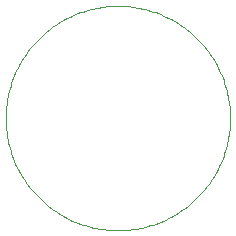
<source format=gko>
G75*
%MOIN*%
%OFA0B0*%
%FSLAX25Y25*%
%IPPOS*%
%LPD*%
%AMOC8*
5,1,8,0,0,1.08239X$1,22.5*
%
%ADD10C,0.00039*%
D10*
X0033827Y0060205D02*
X0033838Y0061123D01*
X0033872Y0062040D01*
X0033928Y0062956D01*
X0034007Y0063871D01*
X0034108Y0064783D01*
X0034232Y0065693D01*
X0034378Y0066599D01*
X0034546Y0067502D01*
X0034736Y0068400D01*
X0034948Y0069293D01*
X0035182Y0070181D01*
X0035438Y0071062D01*
X0035715Y0071937D01*
X0036013Y0072805D01*
X0036333Y0073666D01*
X0036674Y0074518D01*
X0037036Y0075362D01*
X0037418Y0076196D01*
X0037821Y0077021D01*
X0038243Y0077836D01*
X0038686Y0078640D01*
X0039148Y0079433D01*
X0039630Y0080215D01*
X0040130Y0080984D01*
X0040650Y0081741D01*
X0041187Y0082485D01*
X0041743Y0083216D01*
X0042317Y0083933D01*
X0042908Y0084635D01*
X0043516Y0085323D01*
X0044141Y0085995D01*
X0044782Y0086652D01*
X0045439Y0087293D01*
X0046111Y0087918D01*
X0046799Y0088526D01*
X0047501Y0089117D01*
X0048218Y0089691D01*
X0048949Y0090247D01*
X0049693Y0090784D01*
X0050450Y0091304D01*
X0051219Y0091804D01*
X0052001Y0092286D01*
X0052794Y0092748D01*
X0053598Y0093191D01*
X0054413Y0093613D01*
X0055238Y0094016D01*
X0056072Y0094398D01*
X0056916Y0094760D01*
X0057768Y0095101D01*
X0058629Y0095421D01*
X0059497Y0095719D01*
X0060372Y0095996D01*
X0061253Y0096252D01*
X0062141Y0096486D01*
X0063034Y0096698D01*
X0063932Y0096888D01*
X0064835Y0097056D01*
X0065741Y0097202D01*
X0066651Y0097326D01*
X0067563Y0097427D01*
X0068478Y0097506D01*
X0069394Y0097562D01*
X0070311Y0097596D01*
X0071229Y0097607D01*
X0072147Y0097596D01*
X0073064Y0097562D01*
X0073980Y0097506D01*
X0074895Y0097427D01*
X0075807Y0097326D01*
X0076717Y0097202D01*
X0077623Y0097056D01*
X0078526Y0096888D01*
X0079424Y0096698D01*
X0080317Y0096486D01*
X0081205Y0096252D01*
X0082086Y0095996D01*
X0082961Y0095719D01*
X0083829Y0095421D01*
X0084690Y0095101D01*
X0085542Y0094760D01*
X0086386Y0094398D01*
X0087220Y0094016D01*
X0088045Y0093613D01*
X0088860Y0093191D01*
X0089664Y0092748D01*
X0090457Y0092286D01*
X0091239Y0091804D01*
X0092008Y0091304D01*
X0092765Y0090784D01*
X0093509Y0090247D01*
X0094240Y0089691D01*
X0094957Y0089117D01*
X0095659Y0088526D01*
X0096347Y0087918D01*
X0097019Y0087293D01*
X0097676Y0086652D01*
X0098317Y0085995D01*
X0098942Y0085323D01*
X0099550Y0084635D01*
X0100141Y0083933D01*
X0100715Y0083216D01*
X0101271Y0082485D01*
X0101808Y0081741D01*
X0102328Y0080984D01*
X0102828Y0080215D01*
X0103310Y0079433D01*
X0103772Y0078640D01*
X0104215Y0077836D01*
X0104637Y0077021D01*
X0105040Y0076196D01*
X0105422Y0075362D01*
X0105784Y0074518D01*
X0106125Y0073666D01*
X0106445Y0072805D01*
X0106743Y0071937D01*
X0107020Y0071062D01*
X0107276Y0070181D01*
X0107510Y0069293D01*
X0107722Y0068400D01*
X0107912Y0067502D01*
X0108080Y0066599D01*
X0108226Y0065693D01*
X0108350Y0064783D01*
X0108451Y0063871D01*
X0108530Y0062956D01*
X0108586Y0062040D01*
X0108620Y0061123D01*
X0108631Y0060205D01*
X0108620Y0059287D01*
X0108586Y0058370D01*
X0108530Y0057454D01*
X0108451Y0056539D01*
X0108350Y0055627D01*
X0108226Y0054717D01*
X0108080Y0053811D01*
X0107912Y0052908D01*
X0107722Y0052010D01*
X0107510Y0051117D01*
X0107276Y0050229D01*
X0107020Y0049348D01*
X0106743Y0048473D01*
X0106445Y0047605D01*
X0106125Y0046744D01*
X0105784Y0045892D01*
X0105422Y0045048D01*
X0105040Y0044214D01*
X0104637Y0043389D01*
X0104215Y0042574D01*
X0103772Y0041770D01*
X0103310Y0040977D01*
X0102828Y0040195D01*
X0102328Y0039426D01*
X0101808Y0038669D01*
X0101271Y0037925D01*
X0100715Y0037194D01*
X0100141Y0036477D01*
X0099550Y0035775D01*
X0098942Y0035087D01*
X0098317Y0034415D01*
X0097676Y0033758D01*
X0097019Y0033117D01*
X0096347Y0032492D01*
X0095659Y0031884D01*
X0094957Y0031293D01*
X0094240Y0030719D01*
X0093509Y0030163D01*
X0092765Y0029626D01*
X0092008Y0029106D01*
X0091239Y0028606D01*
X0090457Y0028124D01*
X0089664Y0027662D01*
X0088860Y0027219D01*
X0088045Y0026797D01*
X0087220Y0026394D01*
X0086386Y0026012D01*
X0085542Y0025650D01*
X0084690Y0025309D01*
X0083829Y0024989D01*
X0082961Y0024691D01*
X0082086Y0024414D01*
X0081205Y0024158D01*
X0080317Y0023924D01*
X0079424Y0023712D01*
X0078526Y0023522D01*
X0077623Y0023354D01*
X0076717Y0023208D01*
X0075807Y0023084D01*
X0074895Y0022983D01*
X0073980Y0022904D01*
X0073064Y0022848D01*
X0072147Y0022814D01*
X0071229Y0022803D01*
X0070311Y0022814D01*
X0069394Y0022848D01*
X0068478Y0022904D01*
X0067563Y0022983D01*
X0066651Y0023084D01*
X0065741Y0023208D01*
X0064835Y0023354D01*
X0063932Y0023522D01*
X0063034Y0023712D01*
X0062141Y0023924D01*
X0061253Y0024158D01*
X0060372Y0024414D01*
X0059497Y0024691D01*
X0058629Y0024989D01*
X0057768Y0025309D01*
X0056916Y0025650D01*
X0056072Y0026012D01*
X0055238Y0026394D01*
X0054413Y0026797D01*
X0053598Y0027219D01*
X0052794Y0027662D01*
X0052001Y0028124D01*
X0051219Y0028606D01*
X0050450Y0029106D01*
X0049693Y0029626D01*
X0048949Y0030163D01*
X0048218Y0030719D01*
X0047501Y0031293D01*
X0046799Y0031884D01*
X0046111Y0032492D01*
X0045439Y0033117D01*
X0044782Y0033758D01*
X0044141Y0034415D01*
X0043516Y0035087D01*
X0042908Y0035775D01*
X0042317Y0036477D01*
X0041743Y0037194D01*
X0041187Y0037925D01*
X0040650Y0038669D01*
X0040130Y0039426D01*
X0039630Y0040195D01*
X0039148Y0040977D01*
X0038686Y0041770D01*
X0038243Y0042574D01*
X0037821Y0043389D01*
X0037418Y0044214D01*
X0037036Y0045048D01*
X0036674Y0045892D01*
X0036333Y0046744D01*
X0036013Y0047605D01*
X0035715Y0048473D01*
X0035438Y0049348D01*
X0035182Y0050229D01*
X0034948Y0051117D01*
X0034736Y0052010D01*
X0034546Y0052908D01*
X0034378Y0053811D01*
X0034232Y0054717D01*
X0034108Y0055627D01*
X0034007Y0056539D01*
X0033928Y0057454D01*
X0033872Y0058370D01*
X0033838Y0059287D01*
X0033827Y0060205D01*
M02*

</source>
